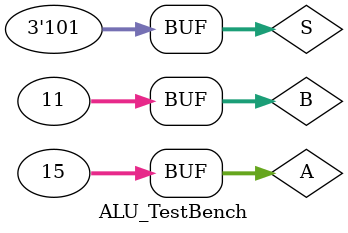
<source format=v>

module ALU_TestBench;

	reg[31:0] A, B;
	reg[2:0] S;
	wire[31:0] O;
	ALU AU(O, A, B, S);

	initial
	begin
		A = 32'd15;
		B = 32'd11;
		S = 0;
		#10;
		S = 1;
		#10;
		S = 2;
		#10;
		S = 3;
		#10;
		S = 4;
		#10;
		S = 5;
		#10;
	end

endmodule
</source>
